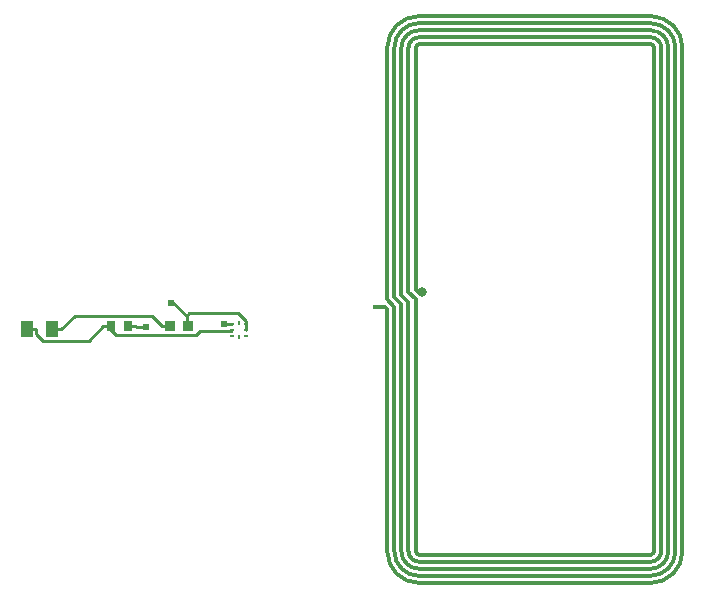
<source format=gtl>
G04 Layer: TopLayer*
G04 EasyEDA v6.5.50, 2025-04-27 19:14:41*
G04 8f609174539e42ba90f1ac761e70afa3,18bc881710ba4a7b8fe44c00a582f47b,10*
G04 Gerber Generator version 0.2*
G04 Scale: 100 percent, Rotated: No, Reflected: No *
G04 Dimensions in millimeters *
G04 leading zeros omitted , absolute positions ,4 integer and 5 decimal *
%FSLAX45Y45*%
%MOMM*%

%AMMACRO1*21,1,$1,$2,0,0,$3*%
%ADD10C,0.2540*%
%ADD11C,0.3000*%
%ADD12R,0.8000X0.9000*%
%ADD13MACRO1,1X1.3995X0.0000*%
%ADD14R,1.0000X1.3995*%
%ADD15MACRO1,0.864X0.8065X90.0000*%
%ADD16R,0.2200X0.4000*%
%ADD17R,0.4000X0.2200*%
%ADD18R,0.4000X0.2800*%
%ADD19C,0.8080*%
%ADD20R,0.7501X0.3000*%
%ADD21C,0.6096*%
%ADD22C,0.0126*%

%LPD*%
D10*
X1464541Y1582699D02*
G01*
X1464541Y1606448D01*
X1396850Y1674139D01*
X986690Y1674139D01*
X962814Y1650263D01*
X962814Y1650263D02*
G01*
X850953Y1762125D01*
X826772Y1762125D01*
X758090Y1562100D02*
G01*
X667717Y1652473D01*
X14226Y1652473D01*
X-101419Y1536827D01*
X826366Y1562100D02*
G01*
X758090Y1562100D01*
X-179397Y1536827D02*
G01*
X-101419Y1536827D01*
X-311477Y1536827D02*
G01*
X-311477Y1497837D01*
X-252397Y1438757D01*
X132869Y1438757D01*
X256212Y1562100D01*
X-389455Y1536827D02*
G01*
X-311477Y1536827D01*
X324182Y1562100D02*
G01*
X290197Y1562100D01*
X290197Y1562100D02*
G01*
X256212Y1562100D01*
X1344551Y1532712D02*
G01*
X1335763Y1523923D01*
X1075057Y1523923D01*
X1040132Y1488998D01*
X363298Y1488998D01*
X290197Y1562100D01*
X1464541Y1532712D02*
G01*
X1464541Y1582699D01*
X620118Y1555470D02*
G01*
X538787Y1555470D01*
X532157Y1562100D01*
X464187Y1562100D02*
G01*
X532157Y1562100D01*
X962814Y1650263D02*
G01*
X962814Y1576323D01*
X977038Y1562100D01*
X2959102Y1854200D02*
G01*
X2918106Y1854200D01*
X2901596Y1870710D01*
X2901596Y3920693D01*
X2901698Y3923156D01*
X2902003Y3925620D01*
X2902511Y3928033D01*
X2903197Y3930395D01*
X2904086Y3932681D01*
X2905178Y3934917D01*
X2906422Y3937025D01*
X2907870Y3939031D01*
X2909445Y3940937D01*
X2911198Y3942689D01*
X2913052Y3944289D01*
X2915058Y3945737D01*
X2917167Y3947007D01*
X2919402Y3948099D01*
X2921688Y3949014D01*
X2924050Y3949725D01*
X2926463Y3950258D01*
X2928901Y3950563D01*
X2931365Y3950690D01*
X2931594Y3950690D01*
X1344551Y1582699D02*
G01*
X1276047Y1582699D01*
D11*
X4921605Y-339293D02*
G01*
X4921605Y3920693D01*
X4981600Y-339293D02*
G01*
X4981600Y3920693D01*
X5041595Y-339293D02*
G01*
X5041595Y3920693D01*
X5101590Y-339293D02*
G01*
X5101590Y3920693D01*
X5161584Y-339293D02*
G01*
X5161584Y3920693D01*
X2931591Y-369290D02*
G01*
X4891608Y-369290D01*
X2931591Y-429285D02*
G01*
X4891608Y-429285D01*
X2931591Y-489305D02*
G01*
X4891608Y-489305D01*
X2931591Y-549300D02*
G01*
X4891608Y-549300D01*
X2931591Y-609295D02*
G01*
X4891608Y-609295D01*
X2931591Y3950690D02*
G01*
X4891608Y3950690D01*
X2931591Y4010685D02*
G01*
X4891608Y4010685D01*
X2931591Y4070705D02*
G01*
X4891608Y4070705D01*
X2931591Y4130700D02*
G01*
X4891608Y4130700D01*
X2931591Y4190695D02*
G01*
X4891608Y4190695D01*
X2901594Y-339293D02*
G01*
X2901594Y1790700D01*
X2841599Y1850694D01*
X2841599Y3920693D01*
X2781604Y-339293D02*
G01*
X2781604Y1750695D01*
X2721609Y1810689D01*
X2721609Y3920693D01*
X2841599Y-339293D02*
G01*
X2841599Y1770710D01*
X2781604Y1830704D01*
X2781604Y3920693D01*
X2721609Y-339293D02*
G01*
X2721609Y1730705D01*
X2661589Y1790700D01*
X2661589Y3920693D01*
X2901594Y3920693D02*
G01*
X2901594Y1870710D01*
X2918104Y1854200D01*
X2959100Y1854200D01*
X2565400Y1727200D02*
G01*
X2578100Y1727200D01*
X2645105Y1727200D01*
X2661589Y1710689D01*
X2661589Y-339293D01*
D12*
G01*
X464185Y1562100D03*
G01*
X324180Y1562100D03*
D13*
G01*
X-389460Y1536827D03*
D14*
G01*
X-179400Y1536827D03*
D15*
G01*
X977024Y1562100D03*
G01*
X826375Y1562100D03*
D16*
G01*
X1404543Y1592706D03*
D17*
G01*
X1464538Y1582699D03*
G01*
X1464538Y1532712D03*
G01*
X1464538Y1482699D03*
D16*
G01*
X1404543Y1472717D03*
D17*
G01*
X1344548Y1482725D03*
G01*
X1344548Y1532712D03*
D18*
G01*
X1344548Y1582699D03*
D11*
G75*
G01*
X2901594Y3920693D02*
G02*
X2931592Y3950691I29998J0D01*
G75*
G01*
X2841600Y3920693D02*
G02*
X2931592Y4010685I89992J0D01*
G75*
G01*
X2781605Y3920693D02*
G02*
X2931592Y4070706I149987J26D01*
G75*
G01*
X2721610Y3920693D02*
G02*
X2931592Y4130700I210007J0D01*
G75*
G01*
X2661590Y3920693D02*
G02*
X2931592Y4190695I270002J0D01*
G75*
G01*
X2901594Y-339293D02*
G03*
X2931592Y-369291I29998J0D01*
G75*
G01*
X2841600Y-339293D02*
G03*
X2931592Y-429285I89992J0D01*
G75*
G01*
X2781605Y-339293D02*
G03*
X2931592Y-489306I149987J-26D01*
G75*
G01*
X2721610Y-339293D02*
G03*
X2931592Y-549300I210007J0D01*
G75*
G01*
X2661590Y-339293D02*
G03*
X2931592Y-609295I270002J0D01*
G75*
G01*
X4921606Y-339293D02*
G02*
X4891608Y-369291I-29998J0D01*
G75*
G01*
X4981600Y-339293D02*
G02*
X4891608Y-429285I-89992J0D01*
G75*
G01*
X5041595Y-339293D02*
G02*
X4891608Y-489306I-149987J-26D01*
G75*
G01*
X5101590Y-339293D02*
G02*
X4891608Y-549300I-210007J0D01*
G75*
G01*
X5161610Y-339293D02*
G02*
X4891608Y-609295I-270002J0D01*
G75*
G01*
X4921606Y3920693D02*
G03*
X4891608Y3950691I-29998J0D01*
G75*
G01*
X4981600Y3920693D02*
G03*
X4891608Y4010685I-89992J0D01*
G75*
G01*
X5041595Y3920693D02*
G03*
X4891608Y4070706I-149987J26D01*
G75*
G01*
X5101590Y3920693D02*
G03*
X4891608Y4130700I-210007J0D01*
G75*
G01*
X5161610Y3920693D02*
G03*
X4891608Y4190695I-270002J0D01*
D19*
G01*
X2959100Y1854200D03*
D20*
G01*
X2578100Y1727200D03*
D21*
G01*
X1276045Y1582699D03*
G01*
X620115Y1555470D03*
G01*
X826770Y1762125D03*
M02*

</source>
